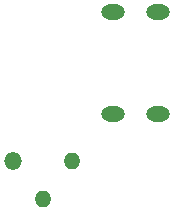
<source format=gbr>
%TF.GenerationSoftware,KiCad,Pcbnew,(5.1.6)-1*%
%TF.CreationDate,2022-07-31T05:26:31+09:00*%
%TF.ProjectId,az-core-bottom,617a2d63-6f72-4652-9d62-6f74746f6d2e,rev?*%
%TF.SameCoordinates,Original*%
%TF.FileFunction,Soldermask,Bot*%
%TF.FilePolarity,Negative*%
%FSLAX46Y46*%
G04 Gerber Fmt 4.6, Leading zero omitted, Abs format (unit mm)*
G04 Created by KiCad (PCBNEW (5.1.6)-1) date 2022-07-31 05:26:31*
%MOMM*%
%LPD*%
G01*
G04 APERTURE LIST*
%ADD10O,1.500000X1.500000*%
%ADD11O,1.400000X1.400000*%
%ADD12O,2.000000X1.300000*%
G04 APERTURE END LIST*
D10*
%TO.C,J4*%
X153900000Y-117950000D03*
D11*
X158900000Y-117950000D03*
X156400000Y-121150000D03*
%TD*%
D12*
%TO.C,REF\u002A\u002A*%
X166200000Y-105380000D03*
X166200000Y-114020000D03*
X162400000Y-105380000D03*
X162400000Y-114020000D03*
%TD*%
M02*

</source>
